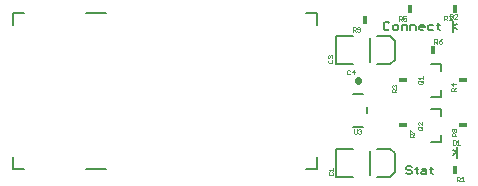
<source format=gbr>
G04 EAGLE Gerber RS-274X export*
G75*
%MOMM*%
%FSLAX34Y34*%
%LPD*%
%INSilkscreen Top*%
%IPPOS*%
%AMOC8*
5,1,8,0,0,1.08239X$1,22.5*%
G01*
%ADD10C,0.127000*%
%ADD11C,0.558800*%
%ADD12C,0.025400*%
%ADD13C,0.203200*%
%ADD14R,0.457200X0.762000*%
%ADD15R,0.762000X0.457200*%


D10*
X337951Y15245D02*
X336807Y16389D01*
X334519Y16389D01*
X333375Y15245D01*
X333375Y14101D01*
X334519Y12957D01*
X336807Y12957D01*
X337951Y11813D01*
X337951Y10669D01*
X336807Y9525D01*
X334519Y9525D01*
X333375Y10669D01*
X342003Y10669D02*
X342003Y15245D01*
X342003Y10669D02*
X343147Y9525D01*
X343147Y14101D02*
X340859Y14101D01*
X346993Y14101D02*
X349281Y14101D01*
X350425Y12957D01*
X350425Y9525D01*
X346993Y9525D01*
X345849Y10669D01*
X346993Y11813D01*
X350425Y11813D01*
X354477Y10669D02*
X354477Y15245D01*
X354477Y10669D02*
X355621Y9525D01*
X355621Y14101D02*
X353333Y14101D01*
X318901Y137165D02*
X317757Y138309D01*
X315469Y138309D01*
X314325Y137165D01*
X314325Y132589D01*
X315469Y131445D01*
X317757Y131445D01*
X318901Y132589D01*
X322953Y131445D02*
X325241Y131445D01*
X326385Y132589D01*
X326385Y134877D01*
X325241Y136021D01*
X322953Y136021D01*
X321809Y134877D01*
X321809Y132589D01*
X322953Y131445D01*
X329293Y131445D02*
X329293Y136021D01*
X332725Y136021D01*
X333869Y134877D01*
X333869Y131445D01*
X336777Y131445D02*
X336777Y136021D01*
X340209Y136021D01*
X341353Y134877D01*
X341353Y131445D01*
X345406Y131445D02*
X347694Y131445D01*
X345406Y131445D02*
X344262Y132589D01*
X344262Y134877D01*
X345406Y136021D01*
X347694Y136021D01*
X348838Y134877D01*
X348838Y133733D01*
X344262Y133733D01*
X352890Y136021D02*
X356322Y136021D01*
X352890Y136021D02*
X351746Y134877D01*
X351746Y132589D01*
X352890Y131445D01*
X356322Y131445D01*
X360374Y132589D02*
X360374Y137165D01*
X360374Y132589D02*
X361518Y131445D01*
X361518Y136021D02*
X359230Y136021D01*
D11*
X292100Y89205D02*
X292100Y88595D01*
D12*
X285761Y97158D02*
X285125Y97793D01*
X283854Y97793D01*
X283219Y97158D01*
X283219Y94616D01*
X283854Y93980D01*
X285125Y93980D01*
X285761Y94616D01*
X288868Y93980D02*
X288868Y97793D01*
X286961Y95887D01*
X289503Y95887D01*
D13*
X287806Y49276D02*
X296394Y49276D01*
X296394Y77724D02*
X287806Y77724D01*
X300204Y66184D02*
X300204Y60816D01*
D12*
X288887Y47500D02*
X288887Y44323D01*
X289523Y43687D01*
X290794Y43687D01*
X291429Y44323D01*
X291429Y47500D01*
X292629Y46865D02*
X293265Y47500D01*
X294536Y47500D01*
X295171Y46865D01*
X295171Y46229D01*
X294536Y45594D01*
X293900Y45594D01*
X294536Y45594D02*
X295171Y44958D01*
X295171Y44323D01*
X294536Y43687D01*
X293265Y43687D01*
X292629Y44323D01*
D14*
X374650Y12700D03*
D12*
X375929Y7115D02*
X375929Y3302D01*
X375929Y7115D02*
X377835Y7115D01*
X378471Y6480D01*
X378471Y5209D01*
X377835Y4573D01*
X375929Y4573D01*
X377200Y4573D02*
X378471Y3302D01*
X379671Y5844D02*
X380942Y7115D01*
X380942Y3302D01*
X379671Y3302D02*
X382213Y3302D01*
D13*
X362600Y58800D02*
X362600Y64800D01*
X354600Y64800D01*
X362600Y42800D02*
X362600Y36800D01*
X354600Y36800D01*
D12*
X346201Y47253D02*
X343659Y47253D01*
X343024Y47888D01*
X343024Y49159D01*
X343659Y49795D01*
X346201Y49795D01*
X346837Y49159D01*
X346837Y47888D01*
X346201Y47253D01*
X345566Y48524D02*
X346837Y49795D01*
X346837Y50995D02*
X346837Y53537D01*
X346837Y50995D02*
X344295Y53537D01*
X343659Y53537D01*
X343024Y52902D01*
X343024Y51630D01*
X343659Y50995D01*
D15*
X330200Y50800D03*
D12*
X336141Y40735D02*
X339954Y40735D01*
X336141Y40735D02*
X336141Y42642D01*
X336776Y43277D01*
X338047Y43277D01*
X338683Y42642D01*
X338683Y40735D01*
X338683Y42006D02*
X339954Y43277D01*
X336141Y44477D02*
X336141Y47019D01*
X336776Y47019D01*
X339318Y44477D01*
X339954Y44477D01*
D15*
X381000Y50800D03*
D12*
X375666Y41783D02*
X371853Y41783D01*
X371853Y43690D01*
X372488Y44325D01*
X373759Y44325D01*
X374395Y43690D01*
X374395Y41783D01*
X374395Y43054D02*
X375666Y44325D01*
X372488Y45525D02*
X371853Y46161D01*
X371853Y47432D01*
X372488Y48067D01*
X373124Y48067D01*
X373759Y47432D01*
X374395Y48067D01*
X375030Y48067D01*
X375666Y47432D01*
X375666Y46161D01*
X375030Y45525D01*
X374395Y45525D01*
X373759Y46161D01*
X373124Y45525D01*
X372488Y45525D01*
X373759Y46161D02*
X373759Y47432D01*
D13*
X288450Y7050D02*
X273450Y7050D01*
X273450Y31050D01*
X288450Y31050D01*
X308450Y7050D02*
X319450Y7050D01*
X323450Y11050D01*
X323450Y27050D01*
X319450Y31050D01*
X308450Y31050D01*
D10*
X302260Y29210D02*
X302260Y8890D01*
D12*
X268127Y10863D02*
X267492Y10228D01*
X267492Y8957D01*
X268127Y8321D01*
X270669Y8321D01*
X271305Y8957D01*
X271305Y10228D01*
X270669Y10863D01*
X268763Y12063D02*
X267492Y13334D01*
X271305Y13334D01*
X271305Y12063D02*
X271305Y14605D01*
D13*
X273450Y102300D02*
X288450Y102300D01*
X273450Y102300D02*
X273450Y126300D01*
X288450Y126300D01*
X308450Y102300D02*
X319450Y102300D01*
X323450Y106300D01*
X323450Y122300D01*
X319450Y126300D01*
X308450Y126300D01*
D10*
X302260Y124460D02*
X302260Y104140D01*
D12*
X267619Y106301D02*
X266984Y105666D01*
X266984Y104395D01*
X267619Y103759D01*
X270161Y103759D01*
X270797Y104395D01*
X270797Y105666D01*
X270161Y106301D01*
X267619Y107501D02*
X266984Y108137D01*
X266984Y109408D01*
X267619Y110043D01*
X268255Y110043D01*
X268890Y109408D01*
X268890Y108772D01*
X268890Y109408D02*
X269526Y110043D01*
X270161Y110043D01*
X270797Y109408D01*
X270797Y108137D01*
X270161Y107501D01*
D14*
X374650Y149225D03*
D12*
X365379Y143640D02*
X365379Y139827D01*
X365379Y143640D02*
X367286Y143640D01*
X367921Y143005D01*
X367921Y141734D01*
X367286Y141098D01*
X365379Y141098D01*
X366650Y141098D02*
X367921Y139827D01*
X369121Y139827D02*
X371663Y139827D01*
X369121Y139827D02*
X371663Y142369D01*
X371663Y143005D01*
X371028Y143640D01*
X369757Y143640D01*
X369121Y143005D01*
D13*
X362600Y102900D02*
X362600Y96900D01*
X362600Y102900D02*
X354600Y102900D01*
X362600Y80900D02*
X362600Y74900D01*
X354600Y74900D01*
D12*
X346709Y86115D02*
X344167Y86115D01*
X343532Y86750D01*
X343532Y88021D01*
X344167Y88657D01*
X346709Y88657D01*
X347345Y88021D01*
X347345Y86750D01*
X346709Y86115D01*
X346074Y87386D02*
X347345Y88657D01*
X344803Y89857D02*
X343532Y91128D01*
X347345Y91128D01*
X347345Y89857D02*
X347345Y92399D01*
D15*
X330200Y88900D03*
D12*
X324866Y78749D02*
X321053Y78749D01*
X321053Y80655D01*
X321688Y81291D01*
X322959Y81291D01*
X323595Y80655D01*
X323595Y78749D01*
X323595Y80020D02*
X324866Y81291D01*
X321688Y82491D02*
X321053Y83126D01*
X321053Y84398D01*
X321688Y85033D01*
X322324Y85033D01*
X322959Y84398D01*
X322959Y83762D01*
X322959Y84398D02*
X323595Y85033D01*
X324230Y85033D01*
X324866Y84398D01*
X324866Y83126D01*
X324230Y82491D01*
D15*
X381000Y88900D03*
D12*
X375158Y80019D02*
X371345Y80019D01*
X371345Y81925D01*
X371980Y82561D01*
X373251Y82561D01*
X373887Y81925D01*
X373887Y80019D01*
X373887Y81290D02*
X375158Y82561D01*
X375158Y85668D02*
X371345Y85668D01*
X373251Y83761D01*
X373251Y86303D01*
D14*
X336550Y149225D03*
D12*
X327025Y143132D02*
X327025Y139319D01*
X327025Y143132D02*
X328932Y143132D01*
X329567Y142497D01*
X329567Y141226D01*
X328932Y140590D01*
X327025Y140590D01*
X328296Y140590D02*
X329567Y139319D01*
X330767Y143132D02*
X333309Y143132D01*
X330767Y143132D02*
X330767Y141226D01*
X332038Y141861D01*
X332674Y141861D01*
X333309Y141226D01*
X333309Y139955D01*
X332674Y139319D01*
X331403Y139319D01*
X330767Y139955D01*
D13*
X372950Y139220D02*
X372950Y134620D01*
X372950Y130020D01*
X372950Y134620D02*
X376050Y136958D01*
X373104Y134366D02*
X376050Y132436D01*
D12*
X370341Y141224D02*
X370341Y145037D01*
X370341Y141224D02*
X372247Y141224D01*
X372883Y141860D01*
X372883Y144402D01*
X372247Y145037D01*
X370341Y145037D01*
X374083Y141224D02*
X376625Y141224D01*
X374083Y141224D02*
X376625Y143766D01*
X376625Y144402D01*
X375990Y145037D01*
X374718Y145037D01*
X374083Y144402D01*
D14*
X355600Y114300D03*
D12*
X357133Y119888D02*
X357133Y123701D01*
X359039Y123701D01*
X359675Y123066D01*
X359675Y121795D01*
X359039Y121159D01*
X357133Y121159D01*
X358404Y121159D02*
X359675Y119888D01*
X362146Y123066D02*
X363417Y123701D01*
X362146Y123066D02*
X360875Y121795D01*
X360875Y120524D01*
X361510Y119888D01*
X362782Y119888D01*
X363417Y120524D01*
X363417Y121159D01*
X362782Y121795D01*
X360875Y121795D01*
D13*
X78990Y146140D02*
X61990Y146140D01*
X61990Y14140D02*
X78990Y14140D01*
X257990Y136140D02*
X257990Y146140D01*
X247990Y146140D01*
X257990Y24140D02*
X257990Y14140D01*
X247990Y14140D01*
X-10Y14140D02*
X-10Y24140D01*
X-10Y14140D02*
X9990Y14140D01*
X-10Y136140D02*
X-10Y146140D01*
X9990Y146140D01*
X376350Y27940D02*
X376350Y23340D01*
X376350Y27940D02*
X376350Y32540D01*
X376350Y27940D02*
X373250Y25602D01*
X376196Y28194D02*
X373250Y30124D01*
D12*
X372491Y34290D02*
X372491Y38103D01*
X372491Y34290D02*
X374398Y34290D01*
X375033Y34926D01*
X375033Y37468D01*
X374398Y38103D01*
X372491Y38103D01*
X376233Y36832D02*
X377504Y38103D01*
X377504Y34290D01*
X376233Y34290D02*
X378775Y34290D01*
D14*
X298450Y139700D03*
D12*
X288045Y133861D02*
X288045Y130048D01*
X288045Y133861D02*
X289951Y133861D01*
X290587Y133226D01*
X290587Y131955D01*
X289951Y131319D01*
X288045Y131319D01*
X289316Y131319D02*
X290587Y130048D01*
X291787Y130684D02*
X292422Y130048D01*
X293694Y130048D01*
X294329Y130684D01*
X294329Y133226D01*
X293694Y133861D01*
X292422Y133861D01*
X291787Y133226D01*
X291787Y132590D01*
X292422Y131955D01*
X294329Y131955D01*
M02*

</source>
